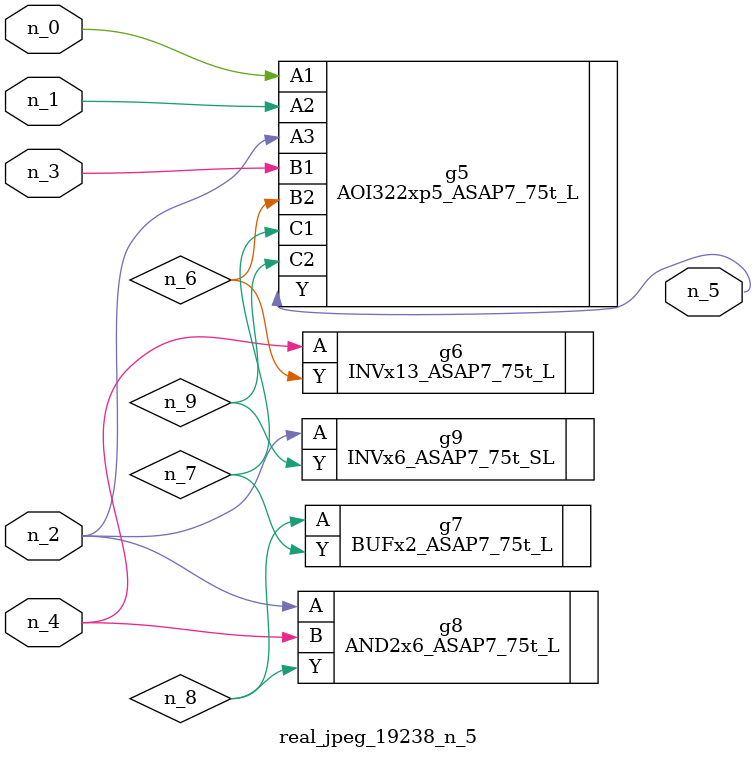
<source format=v>
module real_jpeg_19238_n_5 (n_4, n_0, n_1, n_2, n_3, n_5);

input n_4;
input n_0;
input n_1;
input n_2;
input n_3;

output n_5;

wire n_8;
wire n_6;
wire n_7;
wire n_9;

AOI322xp5_ASAP7_75t_L g5 ( 
.A1(n_0),
.A2(n_1),
.A3(n_2),
.B1(n_3),
.B2(n_6),
.C1(n_7),
.C2(n_9),
.Y(n_5)
);

AND2x6_ASAP7_75t_L g8 ( 
.A(n_2),
.B(n_4),
.Y(n_8)
);

INVx6_ASAP7_75t_SL g9 ( 
.A(n_2),
.Y(n_9)
);

INVx13_ASAP7_75t_L g6 ( 
.A(n_4),
.Y(n_6)
);

BUFx2_ASAP7_75t_L g7 ( 
.A(n_8),
.Y(n_7)
);


endmodule
</source>
